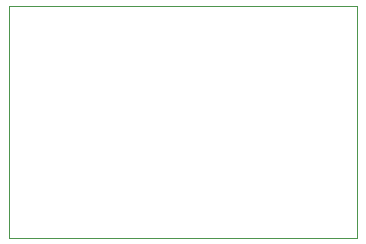
<source format=gbr>
%TF.GenerationSoftware,KiCad,Pcbnew,8.0.5*%
%TF.CreationDate,2025-01-04T02:07:05+01:00*%
%TF.ProjectId,Design_udemy_1,44657369-676e-45f7-9564-656d795f312e,rev?*%
%TF.SameCoordinates,Original*%
%TF.FileFunction,Profile,NP*%
%FSLAX46Y46*%
G04 Gerber Fmt 4.6, Leading zero omitted, Abs format (unit mm)*
G04 Created by KiCad (PCBNEW 8.0.5) date 2025-01-04 02:07:05*
%MOMM*%
%LPD*%
G01*
G04 APERTURE LIST*
%TA.AperFunction,Profile*%
%ADD10C,0.050000*%
%TD*%
G04 APERTURE END LIST*
D10*
X75800000Y-65200000D02*
X105300000Y-65200000D01*
X105300000Y-84800000D01*
X75800000Y-84800000D01*
X75800000Y-65200000D01*
M02*

</source>
